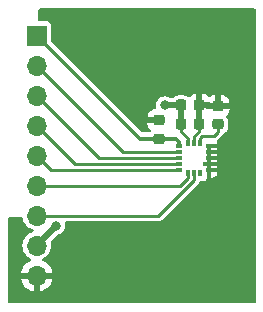
<source format=gbr>
%TF.GenerationSoftware,KiCad,Pcbnew,7.0.2-0*%
%TF.CreationDate,2023-06-08T14:22:33-07:00*%
%TF.ProjectId,IAM-20380HT_gyro,49414d2d-3230-4333-9830-48545f677972,rev?*%
%TF.SameCoordinates,Original*%
%TF.FileFunction,Copper,L1,Top*%
%TF.FilePolarity,Positive*%
%FSLAX46Y46*%
G04 Gerber Fmt 4.6, Leading zero omitted, Abs format (unit mm)*
G04 Created by KiCad (PCBNEW 7.0.2-0) date 2023-06-08 14:22:33*
%MOMM*%
%LPD*%
G01*
G04 APERTURE LIST*
G04 Aperture macros list*
%AMRoundRect*
0 Rectangle with rounded corners*
0 $1 Rounding radius*
0 $2 $3 $4 $5 $6 $7 $8 $9 X,Y pos of 4 corners*
0 Add a 4 corners polygon primitive as box body*
4,1,4,$2,$3,$4,$5,$6,$7,$8,$9,$2,$3,0*
0 Add four circle primitives for the rounded corners*
1,1,$1+$1,$2,$3*
1,1,$1+$1,$4,$5*
1,1,$1+$1,$6,$7*
1,1,$1+$1,$8,$9*
0 Add four rect primitives between the rounded corners*
20,1,$1+$1,$2,$3,$4,$5,0*
20,1,$1+$1,$4,$5,$6,$7,0*
20,1,$1+$1,$6,$7,$8,$9,0*
20,1,$1+$1,$8,$9,$2,$3,0*%
G04 Aperture macros list end*
%TA.AperFunction,SMDPad,CuDef*%
%ADD10RoundRect,0.225000X0.250000X-0.225000X0.250000X0.225000X-0.250000X0.225000X-0.250000X-0.225000X0*%
%TD*%
%TA.AperFunction,SMDPad,CuDef*%
%ADD11RoundRect,0.225000X0.225000X0.250000X-0.225000X0.250000X-0.225000X-0.250000X0.225000X-0.250000X0*%
%TD*%
%TA.AperFunction,ComponentPad*%
%ADD12R,1.700000X1.700000*%
%TD*%
%TA.AperFunction,ComponentPad*%
%ADD13O,1.700000X1.700000*%
%TD*%
%TA.AperFunction,SMDPad,CuDef*%
%ADD14RoundRect,0.014000X-0.231000X-0.161000X0.231000X-0.161000X0.231000X0.161000X-0.231000X0.161000X0*%
%TD*%
%TA.AperFunction,SMDPad,CuDef*%
%ADD15RoundRect,0.014000X0.161000X-0.231000X0.161000X0.231000X-0.161000X0.231000X-0.161000X-0.231000X0*%
%TD*%
%TA.AperFunction,SMDPad,CuDef*%
%ADD16RoundRect,0.014000X0.231000X0.161000X-0.231000X0.161000X-0.231000X-0.161000X0.231000X-0.161000X0*%
%TD*%
%TA.AperFunction,SMDPad,CuDef*%
%ADD17RoundRect,0.014000X-0.161000X0.231000X-0.161000X-0.231000X0.161000X-0.231000X0.161000X0.231000X0*%
%TD*%
%TA.AperFunction,ViaPad*%
%ADD18C,0.800000*%
%TD*%
%TA.AperFunction,Conductor*%
%ADD19C,0.250000*%
%TD*%
%TA.AperFunction,Conductor*%
%ADD20C,0.500000*%
%TD*%
%TA.AperFunction,Conductor*%
%ADD21C,0.350000*%
%TD*%
G04 APERTURE END LIST*
D10*
%TO.P,C1,1*%
%TO.N,Net-(U1-REGOUT)*%
X148650000Y-98225000D03*
%TO.P,C1,2*%
%TO.N,GNDPWR*%
X148650000Y-96675000D03*
%TD*%
D11*
%TO.P,C4,1*%
%TO.N,GNDPWR*%
X147075000Y-98200000D03*
%TO.P,C4,2*%
%TO.N,Net-(U1-VDD)*%
X145525000Y-98200000D03*
%TD*%
D10*
%TO.P,C3,1*%
%TO.N,Net-(U1-VDDIO)*%
X143650000Y-99425000D03*
%TO.P,C3,2*%
%TO.N,GNDPWR*%
X143650000Y-97875000D03*
%TD*%
D12*
%TO.P,U2,1,VDDIO*%
%TO.N,Net-(U1-VDDIO)*%
X133300000Y-90700000D03*
D13*
%TO.P,U2,2,SCL*%
%TO.N,Net-(U1-SCL{slash}SPC)*%
X133300000Y-93240000D03*
%TO.P,U2,3,SDA/SDI*%
%TO.N,Net-(U1-SDA{slash}SDI)*%
X133300000Y-95780000D03*
%TO.P,U2,4,SA0/SDO*%
%TO.N,Net-(U1-SA0{slash}SDO)*%
X133300000Y-98320000D03*
%TO.P,U2,5,CS*%
%TO.N,Net-(U1-CS)*%
X133300000Y-100860000D03*
%TO.P,U2,6,INT*%
%TO.N,Net-(U1-INT)*%
X133300000Y-103400000D03*
%TO.P,U2,7,INT2*%
%TO.N,Net-(U1-INT2)*%
X133300000Y-105940000D03*
%TO.P,U2,8,VDD*%
%TO.N,Net-(U1-VDD)*%
X133300000Y-108480000D03*
%TO.P,U2,9,GND*%
%TO.N,GNDPWR*%
X133300000Y-111020000D03*
%TD*%
D11*
%TO.P,C2,1*%
%TO.N,GNDPWR*%
X147075000Y-96600000D03*
%TO.P,C2,2*%
%TO.N,Net-(U1-VDD)*%
X145525000Y-96600000D03*
%TD*%
D14*
%TO.P,U1,1,VDDIO*%
%TO.N,Net-(U1-VDDIO)*%
X145340000Y-100050000D03*
%TO.P,U1,2,SCL/SPC*%
%TO.N,Net-(U1-SCL{slash}SPC)*%
X145340000Y-100550000D03*
%TO.P,U1,3,SDA/SDI*%
%TO.N,Net-(U1-SDA{slash}SDI)*%
X145340000Y-101050000D03*
%TO.P,U1,4,SA0/SDO*%
%TO.N,Net-(U1-SA0{slash}SDO)*%
X145340000Y-101550000D03*
%TO.P,U1,5,CS*%
%TO.N,Net-(U1-CS)*%
X145340000Y-102050000D03*
D15*
%TO.P,U1,6,INT*%
%TO.N,Net-(U1-INT)*%
X146100000Y-102310000D03*
%TO.P,U1,7,INT2*%
%TO.N,Net-(U1-INT2)*%
X146600000Y-102310000D03*
%TO.P,U1,8,FSYNC*%
%TO.N,GNDPWR*%
X147100000Y-102310000D03*
D16*
%TO.P,U1,9,RESV9_1215*%
X147860000Y-102050000D03*
%TO.P,U1,10,RESV9_1215*%
X147860000Y-101550000D03*
%TO.P,U1,11,RESV9_1215*%
X147860000Y-101050000D03*
%TO.P,U1,12,RESV9_1215*%
X147860000Y-100550000D03*
%TO.P,U1,13,GND*%
X147860000Y-100050000D03*
D17*
%TO.P,U1,14,REGOUT*%
%TO.N,Net-(U1-REGOUT)*%
X147100000Y-99790000D03*
%TO.P,U1,15,RESV9_1215*%
%TO.N,GNDPWR*%
X146600000Y-99790000D03*
%TO.P,U1,16,VDD*%
%TO.N,Net-(U1-VDD)*%
X146100000Y-99790000D03*
%TD*%
D18*
%TO.N,GNDPWR*%
X149200000Y-101800000D03*
X148700000Y-95200000D03*
X142100000Y-97700000D03*
X147100000Y-95200000D03*
X136700000Y-89600000D03*
X149200000Y-100200000D03*
%TO.N,Net-(U1-VDD)*%
X134950000Y-106800000D03*
X144150000Y-96600000D03*
%TD*%
D19*
%TO.N,GNDPWR*%
X147075000Y-98200000D02*
X147075000Y-96600000D01*
X143650000Y-97875000D02*
X142275000Y-97875000D01*
X142275000Y-97875000D02*
X142100000Y-97700000D01*
%TO.N,Net-(U1-REGOUT)*%
X147300000Y-99200000D02*
X148300000Y-99200000D01*
X148300000Y-99200000D02*
X148650000Y-98850000D01*
X147100000Y-99400000D02*
X147300000Y-99200000D01*
X148650000Y-98850000D02*
X148650000Y-98225000D01*
X147100000Y-99790000D02*
X147100000Y-99400000D01*
%TO.N,GNDPWR*%
X146600000Y-99790000D02*
X146600000Y-99250000D01*
X146600000Y-99250000D02*
X147075000Y-98775000D01*
X147075000Y-98775000D02*
X147075000Y-98200000D01*
D20*
%TO.N,Net-(U1-VDD)*%
X145525000Y-96600000D02*
X145525000Y-98200000D01*
D19*
X146100000Y-99400000D02*
X145525000Y-98825000D01*
D20*
X133300000Y-108450000D02*
X133300000Y-108480000D01*
D19*
X146100000Y-99790000D02*
X146100000Y-99400000D01*
D20*
X144150000Y-96600000D02*
X145525000Y-96600000D01*
X134950000Y-106800000D02*
X133300000Y-108450000D01*
D19*
X145525000Y-98825000D02*
X145525000Y-98200000D01*
D21*
%TO.N,Net-(U1-VDDIO)*%
X145340000Y-100050000D02*
X145340000Y-99690000D01*
X145340000Y-99690000D02*
X145100000Y-99450000D01*
X145100000Y-99450000D02*
X143675000Y-99450000D01*
X142025000Y-99425000D02*
X143650000Y-99425000D01*
X133300000Y-90700000D02*
X142025000Y-99425000D01*
X143675000Y-99450000D02*
X143650000Y-99425000D01*
D19*
%TO.N,Net-(U1-SCL{slash}SPC)*%
X133300000Y-93240000D02*
X140610000Y-100550000D01*
X140610000Y-100550000D02*
X145340000Y-100550000D01*
%TO.N,Net-(U1-SDA{slash}SDI)*%
X133330000Y-95780000D02*
X138600000Y-101050000D01*
X133300000Y-95780000D02*
X133330000Y-95780000D01*
X138600000Y-101050000D02*
X145340000Y-101050000D01*
%TO.N,Net-(U1-SA0{slash}SDO)*%
X133320000Y-98320000D02*
X136550000Y-101550000D01*
X133300000Y-98320000D02*
X133320000Y-98320000D01*
X136550000Y-101550000D02*
X145340000Y-101550000D01*
%TO.N,Net-(U1-CS)*%
X134500000Y-102050000D02*
X145340000Y-102050000D01*
X133310000Y-100860000D02*
X134500000Y-102050000D01*
X133300000Y-100860000D02*
X133310000Y-100860000D01*
%TO.N,Net-(U1-INT)*%
X145450000Y-103400000D02*
X146100000Y-102750000D01*
X133300000Y-103400000D02*
X145450000Y-103400000D01*
X146100000Y-102750000D02*
X146100000Y-102310000D01*
%TO.N,Net-(U1-INT2)*%
X133300000Y-105940000D02*
X143610000Y-105940000D01*
X146600000Y-102950000D02*
X146600000Y-102310000D01*
X143610000Y-105940000D02*
X146600000Y-102950000D01*
%TD*%
%TA.AperFunction,Conductor*%
%TO.N,GNDPWR*%
G36*
X151792539Y-88420185D02*
G01*
X151838294Y-88472989D01*
X151849500Y-88524500D01*
X151849500Y-113225500D01*
X151829815Y-113292539D01*
X151777011Y-113338294D01*
X151725500Y-113349500D01*
X130974500Y-113349500D01*
X130907461Y-113329815D01*
X130861706Y-113277011D01*
X130850500Y-113225500D01*
X130850500Y-106174000D01*
X130870185Y-106106961D01*
X130922989Y-106061206D01*
X130974500Y-106050000D01*
X131991509Y-106050000D01*
X132058548Y-106069685D01*
X132104303Y-106122489D01*
X132112082Y-106151687D01*
X132175769Y-106375526D01*
X132274941Y-106574688D01*
X132409019Y-106752237D01*
X132573437Y-106902124D01*
X132679922Y-106968056D01*
X132762599Y-107019247D01*
X132956522Y-107094373D01*
X133011924Y-107136946D01*
X133035514Y-107202713D01*
X133019803Y-107270793D01*
X132969779Y-107319572D01*
X132956526Y-107325624D01*
X132825346Y-107376444D01*
X132762596Y-107400754D01*
X132573437Y-107517875D01*
X132409019Y-107667762D01*
X132274941Y-107845311D01*
X132175769Y-108044473D01*
X132114885Y-108258462D01*
X132094357Y-108480000D01*
X132114885Y-108701537D01*
X132175769Y-108915526D01*
X132274941Y-109114688D01*
X132409019Y-109292237D01*
X132573437Y-109442124D01*
X132771793Y-109564940D01*
X132818429Y-109616968D01*
X132829533Y-109685949D01*
X132801580Y-109749984D01*
X132758921Y-109782749D01*
X132622421Y-109846400D01*
X132428921Y-109981890D01*
X132261890Y-110148921D01*
X132126400Y-110342421D01*
X132026569Y-110556507D01*
X131969364Y-110769999D01*
X131969364Y-110770000D01*
X132866314Y-110770000D01*
X132840507Y-110810156D01*
X132800000Y-110948111D01*
X132800000Y-111091889D01*
X132840507Y-111229844D01*
X132866314Y-111270000D01*
X131969364Y-111270000D01*
X132026569Y-111483492D01*
X132126399Y-111697576D01*
X132261893Y-111891081D01*
X132428918Y-112058106D01*
X132622423Y-112193600D01*
X132836509Y-112293430D01*
X133050000Y-112350634D01*
X133050000Y-111455501D01*
X133157685Y-111504680D01*
X133264237Y-111520000D01*
X133335763Y-111520000D01*
X133442315Y-111504680D01*
X133550000Y-111455501D01*
X133550000Y-112350633D01*
X133763490Y-112293430D01*
X133977576Y-112193600D01*
X134171081Y-112058106D01*
X134338106Y-111891081D01*
X134473600Y-111697576D01*
X134573430Y-111483492D01*
X134630636Y-111270000D01*
X133733686Y-111270000D01*
X133759493Y-111229844D01*
X133800000Y-111091889D01*
X133800000Y-110948111D01*
X133759493Y-110810156D01*
X133733686Y-110770000D01*
X134630636Y-110770000D01*
X134630635Y-110769999D01*
X134573430Y-110556507D01*
X134473599Y-110342421D01*
X134338109Y-110148921D01*
X134171081Y-109981893D01*
X133977576Y-109846398D01*
X133841079Y-109782748D01*
X133788640Y-109736575D01*
X133769488Y-109669381D01*
X133789704Y-109602500D01*
X133828207Y-109564939D01*
X133837398Y-109559248D01*
X133837401Y-109559247D01*
X134026562Y-109442124D01*
X134190981Y-109292236D01*
X134325058Y-109114689D01*
X134424229Y-108915528D01*
X134485115Y-108701536D01*
X134505643Y-108480000D01*
X134485115Y-108258464D01*
X134485114Y-108258462D01*
X134473084Y-108216180D01*
X134473670Y-108146313D01*
X134504667Y-108094566D01*
X135025240Y-107573993D01*
X135086561Y-107540510D01*
X135099018Y-107538458D01*
X135118059Y-107536313D01*
X135277690Y-107480456D01*
X135420890Y-107390477D01*
X135540477Y-107270890D01*
X135630456Y-107127690D01*
X135686313Y-106968059D01*
X135705249Y-106800000D01*
X135686313Y-106631941D01*
X135668296Y-106580453D01*
X135664736Y-106510675D01*
X135699465Y-106450048D01*
X135761459Y-106417821D01*
X135785339Y-106415500D01*
X143545541Y-106415500D01*
X143571899Y-106418333D01*
X143575729Y-106419167D01*
X143622575Y-106415815D01*
X143631422Y-106415500D01*
X143644011Y-106415500D01*
X143656485Y-106413706D01*
X143665269Y-106412761D01*
X143712115Y-106409411D01*
X143714488Y-106408525D01*
X143715778Y-106408045D01*
X143741465Y-106401488D01*
X143745342Y-106400931D01*
X143788072Y-106381415D01*
X143796207Y-106378045D01*
X143840226Y-106361629D01*
X143843361Y-106359281D01*
X143866153Y-106345757D01*
X143869718Y-106344130D01*
X143905203Y-106313380D01*
X143912084Y-106307835D01*
X143922180Y-106300279D01*
X143922184Y-106300275D01*
X143931083Y-106291376D01*
X143937566Y-106285340D01*
X143973052Y-106254592D01*
X143973052Y-106254591D01*
X143973055Y-106254589D01*
X143975173Y-106251292D01*
X143991803Y-106230654D01*
X146890654Y-103331803D01*
X146911292Y-103315173D01*
X146914589Y-103313055D01*
X146914592Y-103313052D01*
X146945340Y-103277566D01*
X146951376Y-103271083D01*
X146960275Y-103262184D01*
X146960275Y-103262183D01*
X146960279Y-103262180D01*
X146967835Y-103252084D01*
X146973387Y-103245196D01*
X147004130Y-103209718D01*
X147005757Y-103206153D01*
X147019281Y-103183361D01*
X147021629Y-103180226D01*
X147038042Y-103136216D01*
X147041421Y-103128058D01*
X147060931Y-103085342D01*
X147060931Y-103085340D01*
X147063367Y-103080007D01*
X147109123Y-103027205D01*
X147176163Y-103007522D01*
X147243202Y-103027208D01*
X147263841Y-103043841D01*
X147275000Y-103055000D01*
X147297536Y-103055000D01*
X147304899Y-103054559D01*
X147383844Y-103045079D01*
X147515284Y-102993245D01*
X147627870Y-102907870D01*
X147713245Y-102795284D01*
X147725188Y-102764999D01*
X147706489Y-102737524D01*
X147685043Y-102671027D01*
X147685000Y-102667757D01*
X147685000Y-102225000D01*
X148035000Y-102225000D01*
X148035000Y-102725000D01*
X148127536Y-102725000D01*
X148134899Y-102724559D01*
X148213844Y-102715079D01*
X148345284Y-102663245D01*
X148457870Y-102577870D01*
X148543245Y-102465284D01*
X148595079Y-102333844D01*
X148604559Y-102254899D01*
X148605000Y-102247535D01*
X148605000Y-102225000D01*
X148035000Y-102225000D01*
X147685000Y-102225000D01*
X147685000Y-101725000D01*
X148035000Y-101725000D01*
X148035000Y-101875000D01*
X148605000Y-101875000D01*
X148605000Y-101852479D01*
X148604556Y-101845073D01*
X148600919Y-101814787D01*
X148600919Y-101785213D01*
X148604556Y-101754926D01*
X148605000Y-101747520D01*
X148605000Y-101725000D01*
X148035000Y-101725000D01*
X147685000Y-101725000D01*
X147524000Y-101725000D01*
X147456961Y-101705315D01*
X147411206Y-101652511D01*
X147400000Y-101601000D01*
X147400000Y-101499000D01*
X147419685Y-101431961D01*
X147472489Y-101386206D01*
X147524000Y-101375000D01*
X147685000Y-101375000D01*
X147685000Y-101225000D01*
X148035000Y-101225000D01*
X148035000Y-101375000D01*
X148605000Y-101375000D01*
X148605000Y-101352479D01*
X148604556Y-101345073D01*
X148600919Y-101314787D01*
X148600919Y-101285213D01*
X148604556Y-101254926D01*
X148605000Y-101247520D01*
X148605000Y-101225000D01*
X148035000Y-101225000D01*
X147685000Y-101225000D01*
X147685000Y-100725000D01*
X148035000Y-100725000D01*
X148035000Y-100875000D01*
X148605000Y-100875000D01*
X148605000Y-100852479D01*
X148604556Y-100845073D01*
X148600919Y-100814787D01*
X148600919Y-100785213D01*
X148604556Y-100754926D01*
X148605000Y-100747520D01*
X148605000Y-100725000D01*
X148035000Y-100725000D01*
X147685000Y-100725000D01*
X147685000Y-100225000D01*
X148035000Y-100225000D01*
X148035000Y-100375000D01*
X148605000Y-100375000D01*
X148605000Y-100352479D01*
X148604556Y-100345073D01*
X148600919Y-100314787D01*
X148600919Y-100285213D01*
X148604556Y-100254926D01*
X148605000Y-100247520D01*
X148605000Y-100225000D01*
X148035000Y-100225000D01*
X147685000Y-100225000D01*
X147685000Y-99999000D01*
X147704685Y-99931961D01*
X147757489Y-99886206D01*
X147809000Y-99875000D01*
X148605000Y-99875000D01*
X148605000Y-99852464D01*
X148604559Y-99845100D01*
X148595079Y-99766155D01*
X148571013Y-99705128D01*
X148564731Y-99635542D01*
X148597068Y-99573605D01*
X148612066Y-99560364D01*
X148612180Y-99560279D01*
X148617298Y-99555160D01*
X148621083Y-99551376D01*
X148627566Y-99545340D01*
X148663052Y-99514592D01*
X148663052Y-99514591D01*
X148663055Y-99514589D01*
X148665173Y-99511292D01*
X148681803Y-99490654D01*
X148940654Y-99231803D01*
X148961292Y-99215173D01*
X148964589Y-99213055D01*
X148964592Y-99213052D01*
X148995340Y-99177566D01*
X149001376Y-99171083D01*
X149010275Y-99162184D01*
X149010275Y-99162183D01*
X149010279Y-99162180D01*
X149017835Y-99152084D01*
X149023387Y-99145196D01*
X149054130Y-99109718D01*
X149055756Y-99106156D01*
X149069284Y-99083357D01*
X149071629Y-99080226D01*
X149087350Y-99038072D01*
X149129218Y-98982140D01*
X149156078Y-98966845D01*
X149190233Y-98952698D01*
X149310451Y-98860451D01*
X149402698Y-98740233D01*
X149460687Y-98600236D01*
X149475500Y-98487720D01*
X149475500Y-97962280D01*
X149460687Y-97849764D01*
X149402698Y-97709767D01*
X149344219Y-97633556D01*
X149319026Y-97568389D01*
X149333064Y-97499944D01*
X149354915Y-97470389D01*
X149472575Y-97352729D01*
X149561546Y-97208486D01*
X149614856Y-97047606D01*
X149624680Y-96951445D01*
X149625000Y-96945167D01*
X149625000Y-96925000D01*
X147759000Y-96925000D01*
X147691961Y-96905315D01*
X147673559Y-96884078D01*
X147671319Y-96886319D01*
X147635000Y-96850000D01*
X147325000Y-96850000D01*
X147325000Y-98326000D01*
X147305315Y-98393039D01*
X147252511Y-98438794D01*
X147201000Y-98450000D01*
X146949000Y-98450000D01*
X146881961Y-98430315D01*
X146836206Y-98377511D01*
X146825000Y-98326000D01*
X146825000Y-95625000D01*
X147325000Y-95625000D01*
X147325000Y-96350000D01*
X147941000Y-96350000D01*
X148008039Y-96369685D01*
X148026440Y-96390921D01*
X148028681Y-96388681D01*
X148065000Y-96425000D01*
X148400000Y-96425000D01*
X148400000Y-95725000D01*
X148900000Y-95725000D01*
X148900000Y-96425000D01*
X149624999Y-96425000D01*
X149624999Y-96404834D01*
X149624678Y-96398552D01*
X149614856Y-96302394D01*
X149561546Y-96141513D01*
X149472573Y-95997267D01*
X149352732Y-95877426D01*
X149208486Y-95788453D01*
X149047606Y-95735143D01*
X148951445Y-95725319D01*
X148945168Y-95725000D01*
X148900000Y-95725000D01*
X148400000Y-95725000D01*
X148354835Y-95725000D01*
X148348551Y-95725321D01*
X148252394Y-95735143D01*
X148091516Y-95788452D01*
X147972246Y-95862020D01*
X147904854Y-95880460D01*
X147838190Y-95859538D01*
X147819468Y-95844162D01*
X147752732Y-95777426D01*
X147608486Y-95688453D01*
X147447606Y-95635143D01*
X147351445Y-95625319D01*
X147345168Y-95625000D01*
X147325000Y-95625000D01*
X146825000Y-95625000D01*
X146804836Y-95625000D01*
X146798550Y-95625321D01*
X146702394Y-95635143D01*
X146541513Y-95688453D01*
X146397267Y-95777426D01*
X146279610Y-95895084D01*
X146218287Y-95928569D01*
X146148595Y-95923585D01*
X146116443Y-95905779D01*
X146040233Y-95847302D01*
X146032652Y-95844162D01*
X145900236Y-95789313D01*
X145829497Y-95780000D01*
X145791739Y-95775029D01*
X145791737Y-95775028D01*
X145787720Y-95774500D01*
X145262280Y-95774500D01*
X145258263Y-95775028D01*
X145258260Y-95775029D01*
X145149764Y-95789313D01*
X145009768Y-95847301D01*
X144889547Y-95939550D01*
X144880773Y-95950986D01*
X144824346Y-95992189D01*
X144782397Y-95999500D01*
X144640663Y-95999500D01*
X144574691Y-95980494D01*
X144527729Y-95950986D01*
X144477690Y-95919544D01*
X144318059Y-95863687D01*
X144318058Y-95863686D01*
X144318056Y-95863686D01*
X144150000Y-95844750D01*
X143981943Y-95863686D01*
X143822310Y-95919544D01*
X143679108Y-96009524D01*
X143559524Y-96129108D01*
X143469544Y-96272310D01*
X143413686Y-96431943D01*
X143394750Y-96600000D01*
X143415251Y-96781942D01*
X143413529Y-96782135D01*
X143416223Y-96834908D01*
X143381494Y-96895535D01*
X143319500Y-96927762D01*
X143308221Y-96929441D01*
X143252394Y-96935143D01*
X143091513Y-96988453D01*
X142947267Y-97077426D01*
X142827426Y-97197267D01*
X142738453Y-97341513D01*
X142685143Y-97502393D01*
X142675319Y-97598554D01*
X142675000Y-97604832D01*
X142675000Y-97625000D01*
X143776000Y-97625000D01*
X143843039Y-97644685D01*
X143888794Y-97697489D01*
X143900000Y-97749000D01*
X143900000Y-98001000D01*
X143880315Y-98068039D01*
X143827511Y-98113794D01*
X143776000Y-98125000D01*
X142675001Y-98125000D01*
X142675001Y-98145165D01*
X142675321Y-98151447D01*
X142685143Y-98247605D01*
X142738453Y-98408486D01*
X142827426Y-98552732D01*
X142945084Y-98670390D01*
X142978569Y-98731713D01*
X142973585Y-98801405D01*
X142955781Y-98833555D01*
X142942408Y-98850984D01*
X142885981Y-98892188D01*
X142844030Y-98899500D01*
X142294031Y-98899500D01*
X142226992Y-98879815D01*
X142206350Y-98863181D01*
X134536819Y-91193649D01*
X134503334Y-91132326D01*
X134500500Y-91105968D01*
X134500500Y-89816736D01*
X134490573Y-89748609D01*
X134490573Y-89748607D01*
X134439198Y-89643517D01*
X134439197Y-89643516D01*
X134439197Y-89643515D01*
X134356484Y-89560802D01*
X134302712Y-89534515D01*
X134251393Y-89509427D01*
X134251391Y-89509426D01*
X134251390Y-89509426D01*
X134183263Y-89499500D01*
X134183260Y-89499500D01*
X133574000Y-89499500D01*
X133506961Y-89479815D01*
X133461206Y-89427011D01*
X133450000Y-89375500D01*
X133450000Y-88524500D01*
X133469685Y-88457461D01*
X133522489Y-88411706D01*
X133574000Y-88400500D01*
X151725500Y-88400500D01*
X151792539Y-88420185D01*
G37*
%TD.AperFunction*%
%TD*%
M02*

</source>
